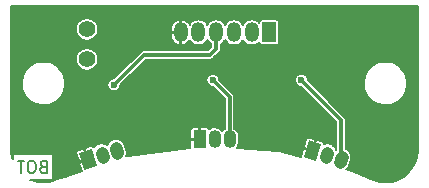
<source format=gbr>
G04 #@! TF.FileFunction,Copper,L2,Bot,Signal*
%FSLAX46Y46*%
G04 Gerber Fmt 4.6, Leading zero omitted, Abs format (unit mm)*
G04 Created by KiCad (PCBNEW (after 2015-mar-04 BZR unknown)-product) date 28.04.2015 21:52:04*
%MOMM*%
G01*
G04 APERTURE LIST*
%ADD10C,0.100000*%
%ADD11C,0.150000*%
%ADD12R,1.198880X1.699260*%
%ADD13O,1.198880X1.699260*%
%ADD14C,1.397000*%
%ADD15R,1.100000X1.500000*%
%ADD16O,1.100000X1.500000*%
%ADD17C,1.100000*%
%ADD18C,0.600000*%
%ADD19C,0.300000*%
%ADD20C,0.200000*%
G04 APERTURE END LIST*
D10*
D11*
X138501333Y-124388571D02*
X138358476Y-124436190D01*
X138310857Y-124483810D01*
X138263238Y-124579048D01*
X138263238Y-124721905D01*
X138310857Y-124817143D01*
X138358476Y-124864762D01*
X138453714Y-124912381D01*
X138834667Y-124912381D01*
X138834667Y-123912381D01*
X138501333Y-123912381D01*
X138406095Y-123960000D01*
X138358476Y-124007619D01*
X138310857Y-124102857D01*
X138310857Y-124198095D01*
X138358476Y-124293333D01*
X138406095Y-124340952D01*
X138501333Y-124388571D01*
X138834667Y-124388571D01*
X137644191Y-123912381D02*
X137453714Y-123912381D01*
X137358476Y-123960000D01*
X137263238Y-124055238D01*
X137215619Y-124245714D01*
X137215619Y-124579048D01*
X137263238Y-124769524D01*
X137358476Y-124864762D01*
X137453714Y-124912381D01*
X137644191Y-124912381D01*
X137739429Y-124864762D01*
X137834667Y-124769524D01*
X137882286Y-124579048D01*
X137882286Y-124245714D01*
X137834667Y-124055238D01*
X137739429Y-123960000D01*
X137644191Y-123912381D01*
X136929905Y-123912381D02*
X136358476Y-123912381D01*
X136644191Y-124912381D02*
X136644191Y-123912381D01*
D12*
X157683800Y-113030000D03*
D13*
X154680000Y-113030000D03*
X156180000Y-113030000D03*
X153180000Y-113030000D03*
X151680000Y-113030000D03*
X150180000Y-113030000D03*
D14*
X142240000Y-112776000D03*
X142240000Y-115316000D03*
D15*
X151790400Y-122072400D03*
D16*
X153060400Y-122072400D03*
X154330400Y-122072400D03*
D10*
G36*
X161626782Y-123925321D02*
X160574847Y-123603712D01*
X161013404Y-122169255D01*
X162065339Y-122490864D01*
X161626782Y-123925321D01*
X161626782Y-123925321D01*
G37*
D17*
X162476126Y-123609861D02*
X162593074Y-123227339D01*
X163690633Y-123981173D02*
X163807581Y-123598651D01*
D10*
G36*
X143066139Y-124346336D02*
X142014204Y-124667945D01*
X141575647Y-123233488D01*
X142627582Y-122911879D01*
X143066139Y-124346336D01*
X143066139Y-124346336D01*
G37*
D17*
X143593874Y-123609861D02*
X143476926Y-123227339D01*
X144808381Y-123238549D02*
X144691433Y-122856027D01*
D18*
X163322000Y-113030000D03*
X160274000Y-119380000D03*
X149352000Y-118110000D03*
X138938000Y-121920000D03*
X144018000Y-120904000D03*
X145034000Y-113538000D03*
X144526000Y-117475000D03*
X152908000Y-117094000D03*
X160401000Y-117094000D03*
D19*
X153180000Y-114409000D02*
X153180000Y-113030000D01*
X152654000Y-114935000D02*
X153180000Y-114409000D01*
X147066000Y-114935000D02*
X152654000Y-114935000D01*
X144526000Y-117475000D02*
X147066000Y-114935000D01*
X152908000Y-117094000D02*
X154145222Y-118331222D01*
X154330400Y-122072400D02*
X154330400Y-118516400D01*
X154330400Y-118516400D02*
X154145222Y-118331222D01*
X160401000Y-117094000D02*
X163749107Y-120442107D01*
X163749107Y-120442107D02*
X163749107Y-123789912D01*
D20*
G36*
X170241750Y-123011878D02*
X170188917Y-123550701D01*
X170036694Y-124054890D01*
X169789440Y-124519909D01*
X169456570Y-124928047D01*
X169363079Y-125005389D01*
X169363079Y-117166598D01*
X169292610Y-116810704D01*
X169154356Y-116475275D01*
X168953584Y-116173088D01*
X168697940Y-115915654D01*
X168397162Y-115712776D01*
X168062707Y-115572184D01*
X167707313Y-115499233D01*
X167344518Y-115496700D01*
X166988141Y-115564682D01*
X166651755Y-115700591D01*
X166348174Y-115899249D01*
X166088961Y-116153089D01*
X165883989Y-116452444D01*
X165741065Y-116785909D01*
X165665634Y-117140785D01*
X165660569Y-117503553D01*
X165726062Y-117860396D01*
X165859619Y-118197723D01*
X166056152Y-118502683D01*
X166308177Y-118763662D01*
X166606093Y-118970719D01*
X166938553Y-119115967D01*
X167292893Y-119193874D01*
X167655617Y-119201472D01*
X168012909Y-119138472D01*
X168351159Y-119007273D01*
X168657485Y-118812873D01*
X168920217Y-118562677D01*
X169129348Y-118266214D01*
X169276914Y-117934776D01*
X169357293Y-117580988D01*
X169363079Y-117166598D01*
X169363079Y-125005389D01*
X169050768Y-125263756D01*
X168587485Y-125514252D01*
X168084374Y-125669992D01*
X167560586Y-125725044D01*
X167036091Y-125677312D01*
X166519361Y-125525230D01*
X166433878Y-125488849D01*
X166433834Y-125488835D01*
X166430719Y-125487526D01*
X164639998Y-124749444D01*
X164623680Y-124744517D01*
X164607828Y-124738275D01*
X164603791Y-124737156D01*
X164172986Y-124620976D01*
X164188323Y-124611017D01*
X164300255Y-124502167D01*
X164388914Y-124373647D01*
X164450922Y-124230356D01*
X164454262Y-124219697D01*
X164574040Y-123827919D01*
X164604900Y-123674867D01*
X164605446Y-123518736D01*
X164575654Y-123365471D01*
X164516661Y-123220913D01*
X164430712Y-123090566D01*
X164321083Y-122979395D01*
X164191948Y-122891636D01*
X164149107Y-122873450D01*
X164149107Y-120442107D01*
X164145500Y-120405322D01*
X164142281Y-120368527D01*
X164141694Y-120366507D01*
X164141489Y-120364413D01*
X164130806Y-120329030D01*
X164120501Y-120293560D01*
X164119532Y-120291692D01*
X164118925Y-120289679D01*
X164101586Y-120257069D01*
X164084575Y-120224251D01*
X164083261Y-120222606D01*
X164082275Y-120220750D01*
X164058923Y-120192117D01*
X164035871Y-120163241D01*
X164032986Y-120160315D01*
X164032935Y-120160253D01*
X164032877Y-120160205D01*
X164031949Y-120159264D01*
X160950496Y-117077810D01*
X160951023Y-117040070D01*
X160930073Y-116934263D01*
X160888971Y-116834541D01*
X160829282Y-116744702D01*
X160753279Y-116668167D01*
X160663859Y-116607853D01*
X160564426Y-116566055D01*
X160458769Y-116544367D01*
X160350911Y-116543614D01*
X160244961Y-116563825D01*
X160144954Y-116604230D01*
X160054701Y-116663290D01*
X159977637Y-116738756D01*
X159916699Y-116827754D01*
X159874209Y-116926892D01*
X159851783Y-117032395D01*
X159850277Y-117140245D01*
X159869748Y-117246334D01*
X159909454Y-117346620D01*
X159967883Y-117437284D01*
X160042809Y-117514873D01*
X160131379Y-117576430D01*
X160230218Y-117619612D01*
X160335563Y-117642773D01*
X160385125Y-117643811D01*
X163349107Y-120607792D01*
X163349107Y-122943339D01*
X163342230Y-122947805D01*
X163302154Y-122849601D01*
X163216205Y-122719254D01*
X163106576Y-122608083D01*
X162977441Y-122520324D01*
X162833721Y-122459318D01*
X162680888Y-122427390D01*
X162524764Y-122425755D01*
X162371295Y-122454477D01*
X162315154Y-122476931D01*
X162311829Y-122442392D01*
X162297636Y-122395236D01*
X162274517Y-122351755D01*
X162243358Y-122313620D01*
X162205359Y-122282295D01*
X162161979Y-122258987D01*
X162114885Y-122244589D01*
X161720049Y-122123875D01*
X161642007Y-122165371D01*
X161546376Y-122478165D01*
X161546376Y-122136134D01*
X161504880Y-122058091D01*
X161110044Y-121937378D01*
X161062950Y-121922980D01*
X161013953Y-121918046D01*
X160964934Y-121922766D01*
X160917777Y-121936958D01*
X160874295Y-121960077D01*
X160836160Y-121991235D01*
X160804836Y-122029235D01*
X160781527Y-122072615D01*
X160587941Y-122705806D01*
X160629437Y-122783849D01*
X161286896Y-122984854D01*
X161546376Y-122136134D01*
X161546376Y-122478165D01*
X161382527Y-123014091D01*
X161401653Y-123019938D01*
X161372415Y-123115569D01*
X161353290Y-123109722D01*
X161347442Y-123128848D01*
X161251811Y-123099610D01*
X161257659Y-123080485D01*
X160600200Y-122879479D01*
X160522157Y-122920975D01*
X160328571Y-123554166D01*
X160325624Y-123583423D01*
X158534450Y-123100380D01*
X158534450Y-113879630D01*
X158534450Y-112180370D01*
X158531152Y-112139802D01*
X158510101Y-112072480D01*
X158471164Y-112013664D01*
X158417410Y-111967991D01*
X158353078Y-111939063D01*
X158283240Y-111929160D01*
X157084360Y-111929160D01*
X157043792Y-111932458D01*
X156976470Y-111953509D01*
X156917654Y-111992446D01*
X156871981Y-112046200D01*
X156843053Y-112110532D01*
X156833150Y-112180370D01*
X156833150Y-112237755D01*
X156782738Y-112175945D01*
X156655001Y-112070271D01*
X156509171Y-111991422D01*
X156350804Y-111942399D01*
X156185930Y-111925070D01*
X156020831Y-111940095D01*
X155861794Y-111986902D01*
X155714878Y-112063708D01*
X155585678Y-112167587D01*
X155479116Y-112294583D01*
X155429894Y-112384117D01*
X155387517Y-112304416D01*
X155282738Y-112175945D01*
X155155001Y-112070271D01*
X155009171Y-111991422D01*
X154850804Y-111942399D01*
X154685930Y-111925070D01*
X154520831Y-111940095D01*
X154361794Y-111986902D01*
X154214878Y-112063708D01*
X154085678Y-112167587D01*
X153979116Y-112294583D01*
X153929894Y-112384117D01*
X153887517Y-112304416D01*
X153782738Y-112175945D01*
X153655001Y-112070271D01*
X153509171Y-111991422D01*
X153350804Y-111942399D01*
X153185930Y-111925070D01*
X153020831Y-111940095D01*
X152861794Y-111986902D01*
X152714878Y-112063708D01*
X152585678Y-112167587D01*
X152479116Y-112294583D01*
X152429894Y-112384117D01*
X152387517Y-112304416D01*
X152282738Y-112175945D01*
X152155001Y-112070271D01*
X152009171Y-111991422D01*
X151850804Y-111942399D01*
X151685930Y-111925070D01*
X151520831Y-111940095D01*
X151361794Y-111986902D01*
X151214878Y-112063708D01*
X151085678Y-112167587D01*
X150979116Y-112294583D01*
X150930264Y-112383443D01*
X150858505Y-112266313D01*
X150745289Y-112143810D01*
X150610350Y-112045748D01*
X150458873Y-111975896D01*
X150362036Y-111950105D01*
X150230000Y-111994460D01*
X150230000Y-112980000D01*
X150250000Y-112980000D01*
X150250000Y-113080000D01*
X150230000Y-113080000D01*
X150230000Y-114065540D01*
X150362036Y-114109895D01*
X150458873Y-114084104D01*
X150610350Y-114014252D01*
X150745289Y-113916190D01*
X150858505Y-113793687D01*
X150930371Y-113676382D01*
X150972483Y-113755584D01*
X151077262Y-113884055D01*
X151204999Y-113989729D01*
X151350829Y-114068578D01*
X151509196Y-114117601D01*
X151674070Y-114134930D01*
X151839169Y-114119905D01*
X151998206Y-114073098D01*
X152145122Y-113996292D01*
X152274322Y-113892413D01*
X152380884Y-113765417D01*
X152430105Y-113675882D01*
X152472483Y-113755584D01*
X152577262Y-113884055D01*
X152704999Y-113989729D01*
X152780000Y-114030281D01*
X152780000Y-114243314D01*
X152488314Y-114535000D01*
X150130000Y-114535000D01*
X150130000Y-114065540D01*
X150130000Y-113080000D01*
X150130000Y-112980000D01*
X150130000Y-111994460D01*
X149997964Y-111950105D01*
X149901127Y-111975896D01*
X149749650Y-112045748D01*
X149614711Y-112143810D01*
X149501495Y-112266313D01*
X149414354Y-112408549D01*
X149356636Y-112565053D01*
X149330560Y-112729810D01*
X149330560Y-112980000D01*
X150130000Y-112980000D01*
X150130000Y-113080000D01*
X149330560Y-113080000D01*
X149330560Y-113330190D01*
X149356636Y-113494947D01*
X149414354Y-113651451D01*
X149501495Y-113793687D01*
X149614711Y-113916190D01*
X149749650Y-114014252D01*
X149901127Y-114084104D01*
X149997964Y-114109895D01*
X150130000Y-114065540D01*
X150130000Y-114535000D01*
X147066000Y-114535000D01*
X147029171Y-114538611D01*
X146992420Y-114541826D01*
X146990400Y-114542412D01*
X146988306Y-114542618D01*
X146952923Y-114553300D01*
X146917453Y-114563606D01*
X146915585Y-114564574D01*
X146913572Y-114565182D01*
X146880962Y-114582520D01*
X146848144Y-114599532D01*
X146846499Y-114600845D01*
X146844643Y-114601832D01*
X146816010Y-114625183D01*
X146787134Y-114648236D01*
X146784208Y-114651120D01*
X146784146Y-114651172D01*
X146784098Y-114651229D01*
X146783157Y-114652158D01*
X144510458Y-116924855D01*
X144475911Y-116924614D01*
X144369961Y-116944825D01*
X144269954Y-116985230D01*
X144179701Y-117044290D01*
X144102637Y-117119756D01*
X144041699Y-117208754D01*
X143999209Y-117307892D01*
X143976783Y-117413395D01*
X143975277Y-117521245D01*
X143994748Y-117627334D01*
X144034454Y-117727620D01*
X144092883Y-117818284D01*
X144167809Y-117895873D01*
X144256379Y-117957430D01*
X144355218Y-118000612D01*
X144460563Y-118023773D01*
X144568400Y-118026032D01*
X144674621Y-118007302D01*
X144775182Y-117968297D01*
X144866252Y-117910503D01*
X144944362Y-117836120D01*
X145006536Y-117747982D01*
X145050407Y-117649447D01*
X145074303Y-117544267D01*
X145075037Y-117491648D01*
X147231685Y-115335000D01*
X152654000Y-115335000D01*
X152690784Y-115331393D01*
X152727580Y-115328174D01*
X152729599Y-115327587D01*
X152731694Y-115327382D01*
X152767076Y-115316699D01*
X152802547Y-115306394D01*
X152804414Y-115305425D01*
X152806428Y-115304818D01*
X152839057Y-115287468D01*
X152871855Y-115270468D01*
X152873497Y-115269156D01*
X152875357Y-115268168D01*
X152904011Y-115244798D01*
X152932866Y-115221764D01*
X152935795Y-115218875D01*
X152935854Y-115218828D01*
X152935898Y-115218774D01*
X152936843Y-115217843D01*
X153462842Y-114691843D01*
X153486297Y-114663287D01*
X153510045Y-114634987D01*
X153511057Y-114633144D01*
X153512394Y-114631518D01*
X153529839Y-114598982D01*
X153547654Y-114566577D01*
X153548291Y-114564566D01*
X153549283Y-114562718D01*
X153560064Y-114527454D01*
X153571259Y-114492165D01*
X153571493Y-114490072D01*
X153572108Y-114488063D01*
X153575836Y-114451352D01*
X153579961Y-114414585D01*
X153579989Y-114410467D01*
X153579997Y-114410396D01*
X153579990Y-114410329D01*
X153580000Y-114409000D01*
X153580000Y-114030337D01*
X153645122Y-113996292D01*
X153774322Y-113892413D01*
X153880884Y-113765417D01*
X153930105Y-113675882D01*
X153972483Y-113755584D01*
X154077262Y-113884055D01*
X154204999Y-113989729D01*
X154350829Y-114068578D01*
X154509196Y-114117601D01*
X154674070Y-114134930D01*
X154839169Y-114119905D01*
X154998206Y-114073098D01*
X155145122Y-113996292D01*
X155274322Y-113892413D01*
X155380884Y-113765417D01*
X155430105Y-113675882D01*
X155472483Y-113755584D01*
X155577262Y-113884055D01*
X155704999Y-113989729D01*
X155850829Y-114068578D01*
X156009196Y-114117601D01*
X156174070Y-114134930D01*
X156339169Y-114119905D01*
X156498206Y-114073098D01*
X156645122Y-113996292D01*
X156774322Y-113892413D01*
X156833150Y-113822304D01*
X156833150Y-113879630D01*
X156836448Y-113920198D01*
X156857499Y-113987520D01*
X156896436Y-114046336D01*
X156950190Y-114092009D01*
X157014522Y-114120937D01*
X157084360Y-114130840D01*
X158283240Y-114130840D01*
X158323808Y-114127542D01*
X158391130Y-114106491D01*
X158449946Y-114067554D01*
X158495619Y-114013800D01*
X158524547Y-113949468D01*
X158534450Y-113879630D01*
X158534450Y-123100380D01*
X158479687Y-123085612D01*
X158452894Y-123081131D01*
X158426117Y-123076269D01*
X158421940Y-123075956D01*
X154900583Y-122836359D01*
X154990491Y-122729213D01*
X155065708Y-122592393D01*
X155112918Y-122443568D01*
X155130322Y-122288409D01*
X155130400Y-122277239D01*
X155130400Y-121867561D01*
X155115164Y-121712174D01*
X155070037Y-121562705D01*
X154996737Y-121424848D01*
X154898057Y-121303854D01*
X154777754Y-121204331D01*
X154730400Y-121178726D01*
X154730400Y-118516400D01*
X154726793Y-118479615D01*
X154723574Y-118442820D01*
X154722987Y-118440800D01*
X154722782Y-118438706D01*
X154712099Y-118403323D01*
X154701794Y-118367853D01*
X154700825Y-118365985D01*
X154700218Y-118363972D01*
X154682879Y-118331362D01*
X154665868Y-118298544D01*
X154664554Y-118296899D01*
X154663568Y-118295043D01*
X154640216Y-118266410D01*
X154617164Y-118237534D01*
X154614275Y-118234604D01*
X154614228Y-118234546D01*
X154614174Y-118234501D01*
X154613243Y-118233557D01*
X154428065Y-118048379D01*
X153457496Y-117077810D01*
X153458023Y-117040070D01*
X153437073Y-116934263D01*
X153395971Y-116834541D01*
X153336282Y-116744702D01*
X153260279Y-116668167D01*
X153170859Y-116607853D01*
X153071426Y-116566055D01*
X152965769Y-116544367D01*
X152857911Y-116543614D01*
X152751961Y-116563825D01*
X152651954Y-116604230D01*
X152561701Y-116663290D01*
X152484637Y-116738756D01*
X152423699Y-116827754D01*
X152381209Y-116926892D01*
X152358783Y-117032395D01*
X152357277Y-117140245D01*
X152376748Y-117246334D01*
X152416454Y-117346620D01*
X152474883Y-117437284D01*
X152549809Y-117514873D01*
X152638379Y-117576430D01*
X152737218Y-117619612D01*
X152842563Y-117642773D01*
X152892125Y-117643811D01*
X153862379Y-118614065D01*
X153930400Y-118682086D01*
X153930400Y-121178257D01*
X153892349Y-121198150D01*
X153770669Y-121295983D01*
X153695093Y-121386049D01*
X153628057Y-121303854D01*
X153507754Y-121204331D01*
X153370412Y-121130070D01*
X153221262Y-121083901D01*
X153065985Y-121067580D01*
X152910495Y-121081731D01*
X152760715Y-121125814D01*
X152622349Y-121198150D01*
X152575225Y-121236037D01*
X152561947Y-121203980D01*
X152534588Y-121163034D01*
X152499766Y-121128212D01*
X152458819Y-121100853D01*
X152413322Y-121082007D01*
X152365023Y-121072400D01*
X152315777Y-121072400D01*
X151902900Y-121072400D01*
X151840400Y-121134900D01*
X151840400Y-122022400D01*
X151860400Y-122022400D01*
X151860400Y-122122400D01*
X151840400Y-122122400D01*
X151840400Y-122142400D01*
X151740400Y-122142400D01*
X151740400Y-122122400D01*
X151740400Y-122022400D01*
X151740400Y-121134900D01*
X151677900Y-121072400D01*
X151265023Y-121072400D01*
X151215777Y-121072400D01*
X151167478Y-121082007D01*
X151121981Y-121100853D01*
X151081034Y-121128212D01*
X151046212Y-121163034D01*
X151018853Y-121203980D01*
X151000007Y-121249478D01*
X150990400Y-121297777D01*
X150990400Y-121959900D01*
X151052900Y-122022400D01*
X151740400Y-122022400D01*
X151740400Y-122122400D01*
X151052900Y-122122400D01*
X150990400Y-122184900D01*
X150990400Y-122781097D01*
X145743789Y-123453907D01*
X145717299Y-123459977D01*
X145690700Y-123465683D01*
X145686729Y-123466982D01*
X145686719Y-123466985D01*
X145686710Y-123466988D01*
X145562016Y-123508729D01*
X145573188Y-123482411D01*
X145605117Y-123329578D01*
X145606752Y-123173453D01*
X145578031Y-123019985D01*
X145574840Y-123009281D01*
X145455062Y-122617503D01*
X145395061Y-122473360D01*
X145308206Y-122343616D01*
X145197803Y-122233213D01*
X145068060Y-122146357D01*
X144923916Y-122086356D01*
X144770863Y-122055494D01*
X144614732Y-122054950D01*
X144461468Y-122084740D01*
X144316910Y-122143734D01*
X144186563Y-122229682D01*
X144075392Y-122339311D01*
X143987632Y-122468445D01*
X143941691Y-122576673D01*
X143853553Y-122517669D01*
X143709409Y-122457668D01*
X143556356Y-122426806D01*
X143400225Y-122426262D01*
X143246961Y-122456052D01*
X143188540Y-122479893D01*
X143188540Y-115222995D01*
X143188540Y-112682995D01*
X143152411Y-112500527D01*
X143081528Y-112328552D01*
X142978591Y-112173620D01*
X142847522Y-112041632D01*
X142693312Y-111937617D01*
X142521836Y-111865535D01*
X142339625Y-111828132D01*
X142153619Y-111826834D01*
X141970903Y-111861688D01*
X141798438Y-111931369D01*
X141642791Y-112033222D01*
X141509891Y-112163366D01*
X141404802Y-112316846D01*
X141331524Y-112487815D01*
X141292851Y-112669760D01*
X141290254Y-112855752D01*
X141323832Y-113038707D01*
X141392307Y-113211655D01*
X141493070Y-113368009D01*
X141622284Y-113501814D01*
X141775026Y-113607972D01*
X141945479Y-113682442D01*
X142127150Y-113722385D01*
X142313120Y-113726280D01*
X142496305Y-113693980D01*
X142669726Y-113626714D01*
X142826780Y-113527044D01*
X142961484Y-113398768D01*
X143068706Y-113246771D01*
X143144363Y-113076842D01*
X143185574Y-112895454D01*
X143188540Y-112682995D01*
X143188540Y-115222995D01*
X143152411Y-115040527D01*
X143081528Y-114868552D01*
X142978591Y-114713620D01*
X142847522Y-114581632D01*
X142693312Y-114477617D01*
X142521836Y-114405535D01*
X142339625Y-114368132D01*
X142153619Y-114366834D01*
X141970903Y-114401688D01*
X141798438Y-114471369D01*
X141642791Y-114573222D01*
X141509891Y-114703366D01*
X141404802Y-114856846D01*
X141331524Y-115027815D01*
X141292851Y-115209760D01*
X141290254Y-115395752D01*
X141323832Y-115578707D01*
X141392307Y-115751655D01*
X141493070Y-115908009D01*
X141622284Y-116041814D01*
X141775026Y-116147972D01*
X141945479Y-116222442D01*
X142127150Y-116262385D01*
X142313120Y-116266280D01*
X142496305Y-116233980D01*
X142669726Y-116166714D01*
X142826780Y-116067044D01*
X142961484Y-115938768D01*
X143068706Y-115786771D01*
X143144363Y-115616842D01*
X143185574Y-115435454D01*
X143188540Y-115222995D01*
X143188540Y-122479893D01*
X143102403Y-122515046D01*
X142972056Y-122600994D01*
X142860885Y-122710623D01*
X142826897Y-122760634D01*
X142804826Y-122733859D01*
X142766691Y-122702701D01*
X142723209Y-122679582D01*
X142676052Y-122665390D01*
X142627033Y-122660670D01*
X142578036Y-122665604D01*
X142530942Y-122680002D01*
X142136106Y-122800715D01*
X142094610Y-122878758D01*
X142354090Y-123727478D01*
X142373215Y-123721630D01*
X142402453Y-123817261D01*
X142383327Y-123823109D01*
X142389174Y-123842234D01*
X142293543Y-123871472D01*
X142287696Y-123852346D01*
X142258459Y-123861284D01*
X142258459Y-123756715D01*
X141998979Y-122907995D01*
X141920937Y-122866499D01*
X141526101Y-122987213D01*
X141479007Y-123001611D01*
X141435627Y-123024919D01*
X141397628Y-123056244D01*
X141366469Y-123094379D01*
X141343350Y-123137860D01*
X141329157Y-123185016D01*
X141324437Y-123234036D01*
X141329371Y-123283034D01*
X141522957Y-123916225D01*
X141601000Y-123957721D01*
X142258459Y-123756715D01*
X142258459Y-123861284D01*
X141630237Y-124053351D01*
X141588741Y-124131394D01*
X141782327Y-124764585D01*
X141786591Y-124772520D01*
X140407079Y-125234300D01*
X140407079Y-117166598D01*
X140336610Y-116810704D01*
X140198356Y-116475275D01*
X139997584Y-116173088D01*
X139741940Y-115915654D01*
X139441162Y-115712776D01*
X139106707Y-115572184D01*
X138751313Y-115499233D01*
X138388518Y-115496700D01*
X138032141Y-115564682D01*
X137695755Y-115700591D01*
X137392174Y-115899249D01*
X137132961Y-116153089D01*
X136927989Y-116452444D01*
X136785065Y-116785909D01*
X136709634Y-117140785D01*
X136704569Y-117503553D01*
X136770062Y-117860396D01*
X136903619Y-118197723D01*
X137100152Y-118502683D01*
X137352177Y-118763662D01*
X137650093Y-118970719D01*
X137982553Y-119115967D01*
X138336893Y-119193874D01*
X138699617Y-119201472D01*
X139056909Y-119138472D01*
X139395159Y-119007273D01*
X139701485Y-118812873D01*
X139964217Y-118562677D01*
X140173348Y-118266214D01*
X140320914Y-117934776D01*
X140401293Y-117580988D01*
X140407079Y-117166598D01*
X140407079Y-125234300D01*
X139671873Y-125480405D01*
X139671870Y-125480406D01*
X139144546Y-125656922D01*
X138622163Y-125723912D01*
X138096710Y-125688159D01*
X137588207Y-125551027D01*
X137454566Y-125485000D01*
X139397762Y-125485000D01*
X139397762Y-123285000D01*
X135938238Y-123285000D01*
X135938238Y-123713647D01*
X135915648Y-123647698D01*
X135843407Y-123113916D01*
X135841750Y-123023806D01*
X135841750Y-110768000D01*
X170241750Y-110768000D01*
X170241750Y-123011878D01*
X170241750Y-123011878D01*
G37*
X170241750Y-123011878D02*
X170188917Y-123550701D01*
X170036694Y-124054890D01*
X169789440Y-124519909D01*
X169456570Y-124928047D01*
X169363079Y-125005389D01*
X169363079Y-117166598D01*
X169292610Y-116810704D01*
X169154356Y-116475275D01*
X168953584Y-116173088D01*
X168697940Y-115915654D01*
X168397162Y-115712776D01*
X168062707Y-115572184D01*
X167707313Y-115499233D01*
X167344518Y-115496700D01*
X166988141Y-115564682D01*
X166651755Y-115700591D01*
X166348174Y-115899249D01*
X166088961Y-116153089D01*
X165883989Y-116452444D01*
X165741065Y-116785909D01*
X165665634Y-117140785D01*
X165660569Y-117503553D01*
X165726062Y-117860396D01*
X165859619Y-118197723D01*
X166056152Y-118502683D01*
X166308177Y-118763662D01*
X166606093Y-118970719D01*
X166938553Y-119115967D01*
X167292893Y-119193874D01*
X167655617Y-119201472D01*
X168012909Y-119138472D01*
X168351159Y-119007273D01*
X168657485Y-118812873D01*
X168920217Y-118562677D01*
X169129348Y-118266214D01*
X169276914Y-117934776D01*
X169357293Y-117580988D01*
X169363079Y-117166598D01*
X169363079Y-125005389D01*
X169050768Y-125263756D01*
X168587485Y-125514252D01*
X168084374Y-125669992D01*
X167560586Y-125725044D01*
X167036091Y-125677312D01*
X166519361Y-125525230D01*
X166433878Y-125488849D01*
X166433834Y-125488835D01*
X166430719Y-125487526D01*
X164639998Y-124749444D01*
X164623680Y-124744517D01*
X164607828Y-124738275D01*
X164603791Y-124737156D01*
X164172986Y-124620976D01*
X164188323Y-124611017D01*
X164300255Y-124502167D01*
X164388914Y-124373647D01*
X164450922Y-124230356D01*
X164454262Y-124219697D01*
X164574040Y-123827919D01*
X164604900Y-123674867D01*
X164605446Y-123518736D01*
X164575654Y-123365471D01*
X164516661Y-123220913D01*
X164430712Y-123090566D01*
X164321083Y-122979395D01*
X164191948Y-122891636D01*
X164149107Y-122873450D01*
X164149107Y-120442107D01*
X164145500Y-120405322D01*
X164142281Y-120368527D01*
X164141694Y-120366507D01*
X164141489Y-120364413D01*
X164130806Y-120329030D01*
X164120501Y-120293560D01*
X164119532Y-120291692D01*
X164118925Y-120289679D01*
X164101586Y-120257069D01*
X164084575Y-120224251D01*
X164083261Y-120222606D01*
X164082275Y-120220750D01*
X164058923Y-120192117D01*
X164035871Y-120163241D01*
X164032986Y-120160315D01*
X164032935Y-120160253D01*
X164032877Y-120160205D01*
X164031949Y-120159264D01*
X160950496Y-117077810D01*
X160951023Y-117040070D01*
X160930073Y-116934263D01*
X160888971Y-116834541D01*
X160829282Y-116744702D01*
X160753279Y-116668167D01*
X160663859Y-116607853D01*
X160564426Y-116566055D01*
X160458769Y-116544367D01*
X160350911Y-116543614D01*
X160244961Y-116563825D01*
X160144954Y-116604230D01*
X160054701Y-116663290D01*
X159977637Y-116738756D01*
X159916699Y-116827754D01*
X159874209Y-116926892D01*
X159851783Y-117032395D01*
X159850277Y-117140245D01*
X159869748Y-117246334D01*
X159909454Y-117346620D01*
X159967883Y-117437284D01*
X160042809Y-117514873D01*
X160131379Y-117576430D01*
X160230218Y-117619612D01*
X160335563Y-117642773D01*
X160385125Y-117643811D01*
X163349107Y-120607792D01*
X163349107Y-122943339D01*
X163342230Y-122947805D01*
X163302154Y-122849601D01*
X163216205Y-122719254D01*
X163106576Y-122608083D01*
X162977441Y-122520324D01*
X162833721Y-122459318D01*
X162680888Y-122427390D01*
X162524764Y-122425755D01*
X162371295Y-122454477D01*
X162315154Y-122476931D01*
X162311829Y-122442392D01*
X162297636Y-122395236D01*
X162274517Y-122351755D01*
X162243358Y-122313620D01*
X162205359Y-122282295D01*
X162161979Y-122258987D01*
X162114885Y-122244589D01*
X161720049Y-122123875D01*
X161642007Y-122165371D01*
X161546376Y-122478165D01*
X161546376Y-122136134D01*
X161504880Y-122058091D01*
X161110044Y-121937378D01*
X161062950Y-121922980D01*
X161013953Y-121918046D01*
X160964934Y-121922766D01*
X160917777Y-121936958D01*
X160874295Y-121960077D01*
X160836160Y-121991235D01*
X160804836Y-122029235D01*
X160781527Y-122072615D01*
X160587941Y-122705806D01*
X160629437Y-122783849D01*
X161286896Y-122984854D01*
X161546376Y-122136134D01*
X161546376Y-122478165D01*
X161382527Y-123014091D01*
X161401653Y-123019938D01*
X161372415Y-123115569D01*
X161353290Y-123109722D01*
X161347442Y-123128848D01*
X161251811Y-123099610D01*
X161257659Y-123080485D01*
X160600200Y-122879479D01*
X160522157Y-122920975D01*
X160328571Y-123554166D01*
X160325624Y-123583423D01*
X158534450Y-123100380D01*
X158534450Y-113879630D01*
X158534450Y-112180370D01*
X158531152Y-112139802D01*
X158510101Y-112072480D01*
X158471164Y-112013664D01*
X158417410Y-111967991D01*
X158353078Y-111939063D01*
X158283240Y-111929160D01*
X157084360Y-111929160D01*
X157043792Y-111932458D01*
X156976470Y-111953509D01*
X156917654Y-111992446D01*
X156871981Y-112046200D01*
X156843053Y-112110532D01*
X156833150Y-112180370D01*
X156833150Y-112237755D01*
X156782738Y-112175945D01*
X156655001Y-112070271D01*
X156509171Y-111991422D01*
X156350804Y-111942399D01*
X156185930Y-111925070D01*
X156020831Y-111940095D01*
X155861794Y-111986902D01*
X155714878Y-112063708D01*
X155585678Y-112167587D01*
X155479116Y-112294583D01*
X155429894Y-112384117D01*
X155387517Y-112304416D01*
X155282738Y-112175945D01*
X155155001Y-112070271D01*
X155009171Y-111991422D01*
X154850804Y-111942399D01*
X154685930Y-111925070D01*
X154520831Y-111940095D01*
X154361794Y-111986902D01*
X154214878Y-112063708D01*
X154085678Y-112167587D01*
X153979116Y-112294583D01*
X153929894Y-112384117D01*
X153887517Y-112304416D01*
X153782738Y-112175945D01*
X153655001Y-112070271D01*
X153509171Y-111991422D01*
X153350804Y-111942399D01*
X153185930Y-111925070D01*
X153020831Y-111940095D01*
X152861794Y-111986902D01*
X152714878Y-112063708D01*
X152585678Y-112167587D01*
X152479116Y-112294583D01*
X152429894Y-112384117D01*
X152387517Y-112304416D01*
X152282738Y-112175945D01*
X152155001Y-112070271D01*
X152009171Y-111991422D01*
X151850804Y-111942399D01*
X151685930Y-111925070D01*
X151520831Y-111940095D01*
X151361794Y-111986902D01*
X151214878Y-112063708D01*
X151085678Y-112167587D01*
X150979116Y-112294583D01*
X150930264Y-112383443D01*
X150858505Y-112266313D01*
X150745289Y-112143810D01*
X150610350Y-112045748D01*
X150458873Y-111975896D01*
X150362036Y-111950105D01*
X150230000Y-111994460D01*
X150230000Y-112980000D01*
X150250000Y-112980000D01*
X150250000Y-113080000D01*
X150230000Y-113080000D01*
X150230000Y-114065540D01*
X150362036Y-114109895D01*
X150458873Y-114084104D01*
X150610350Y-114014252D01*
X150745289Y-113916190D01*
X150858505Y-113793687D01*
X150930371Y-113676382D01*
X150972483Y-113755584D01*
X151077262Y-113884055D01*
X151204999Y-113989729D01*
X151350829Y-114068578D01*
X151509196Y-114117601D01*
X151674070Y-114134930D01*
X151839169Y-114119905D01*
X151998206Y-114073098D01*
X152145122Y-113996292D01*
X152274322Y-113892413D01*
X152380884Y-113765417D01*
X152430105Y-113675882D01*
X152472483Y-113755584D01*
X152577262Y-113884055D01*
X152704999Y-113989729D01*
X152780000Y-114030281D01*
X152780000Y-114243314D01*
X152488314Y-114535000D01*
X150130000Y-114535000D01*
X150130000Y-114065540D01*
X150130000Y-113080000D01*
X150130000Y-112980000D01*
X150130000Y-111994460D01*
X149997964Y-111950105D01*
X149901127Y-111975896D01*
X149749650Y-112045748D01*
X149614711Y-112143810D01*
X149501495Y-112266313D01*
X149414354Y-112408549D01*
X149356636Y-112565053D01*
X149330560Y-112729810D01*
X149330560Y-112980000D01*
X150130000Y-112980000D01*
X150130000Y-113080000D01*
X149330560Y-113080000D01*
X149330560Y-113330190D01*
X149356636Y-113494947D01*
X149414354Y-113651451D01*
X149501495Y-113793687D01*
X149614711Y-113916190D01*
X149749650Y-114014252D01*
X149901127Y-114084104D01*
X149997964Y-114109895D01*
X150130000Y-114065540D01*
X150130000Y-114535000D01*
X147066000Y-114535000D01*
X147029171Y-114538611D01*
X146992420Y-114541826D01*
X146990400Y-114542412D01*
X146988306Y-114542618D01*
X146952923Y-114553300D01*
X146917453Y-114563606D01*
X146915585Y-114564574D01*
X146913572Y-114565182D01*
X146880962Y-114582520D01*
X146848144Y-114599532D01*
X146846499Y-114600845D01*
X146844643Y-114601832D01*
X146816010Y-114625183D01*
X146787134Y-114648236D01*
X146784208Y-114651120D01*
X146784146Y-114651172D01*
X146784098Y-114651229D01*
X146783157Y-114652158D01*
X144510458Y-116924855D01*
X144475911Y-116924614D01*
X144369961Y-116944825D01*
X144269954Y-116985230D01*
X144179701Y-117044290D01*
X144102637Y-117119756D01*
X144041699Y-117208754D01*
X143999209Y-117307892D01*
X143976783Y-117413395D01*
X143975277Y-117521245D01*
X143994748Y-117627334D01*
X144034454Y-117727620D01*
X144092883Y-117818284D01*
X144167809Y-117895873D01*
X144256379Y-117957430D01*
X144355218Y-118000612D01*
X144460563Y-118023773D01*
X144568400Y-118026032D01*
X144674621Y-118007302D01*
X144775182Y-117968297D01*
X144866252Y-117910503D01*
X144944362Y-117836120D01*
X145006536Y-117747982D01*
X145050407Y-117649447D01*
X145074303Y-117544267D01*
X145075037Y-117491648D01*
X147231685Y-115335000D01*
X152654000Y-115335000D01*
X152690784Y-115331393D01*
X152727580Y-115328174D01*
X152729599Y-115327587D01*
X152731694Y-115327382D01*
X152767076Y-115316699D01*
X152802547Y-115306394D01*
X152804414Y-115305425D01*
X152806428Y-115304818D01*
X152839057Y-115287468D01*
X152871855Y-115270468D01*
X152873497Y-115269156D01*
X152875357Y-115268168D01*
X152904011Y-115244798D01*
X152932866Y-115221764D01*
X152935795Y-115218875D01*
X152935854Y-115218828D01*
X152935898Y-115218774D01*
X152936843Y-115217843D01*
X153462842Y-114691843D01*
X153486297Y-114663287D01*
X153510045Y-114634987D01*
X153511057Y-114633144D01*
X153512394Y-114631518D01*
X153529839Y-114598982D01*
X153547654Y-114566577D01*
X153548291Y-114564566D01*
X153549283Y-114562718D01*
X153560064Y-114527454D01*
X153571259Y-114492165D01*
X153571493Y-114490072D01*
X153572108Y-114488063D01*
X153575836Y-114451352D01*
X153579961Y-114414585D01*
X153579989Y-114410467D01*
X153579997Y-114410396D01*
X153579990Y-114410329D01*
X153580000Y-114409000D01*
X153580000Y-114030337D01*
X153645122Y-113996292D01*
X153774322Y-113892413D01*
X153880884Y-113765417D01*
X153930105Y-113675882D01*
X153972483Y-113755584D01*
X154077262Y-113884055D01*
X154204999Y-113989729D01*
X154350829Y-114068578D01*
X154509196Y-114117601D01*
X154674070Y-114134930D01*
X154839169Y-114119905D01*
X154998206Y-114073098D01*
X155145122Y-113996292D01*
X155274322Y-113892413D01*
X155380884Y-113765417D01*
X155430105Y-113675882D01*
X155472483Y-113755584D01*
X155577262Y-113884055D01*
X155704999Y-113989729D01*
X155850829Y-114068578D01*
X156009196Y-114117601D01*
X156174070Y-114134930D01*
X156339169Y-114119905D01*
X156498206Y-114073098D01*
X156645122Y-113996292D01*
X156774322Y-113892413D01*
X156833150Y-113822304D01*
X156833150Y-113879630D01*
X156836448Y-113920198D01*
X156857499Y-113987520D01*
X156896436Y-114046336D01*
X156950190Y-114092009D01*
X157014522Y-114120937D01*
X157084360Y-114130840D01*
X158283240Y-114130840D01*
X158323808Y-114127542D01*
X158391130Y-114106491D01*
X158449946Y-114067554D01*
X158495619Y-114013800D01*
X158524547Y-113949468D01*
X158534450Y-113879630D01*
X158534450Y-123100380D01*
X158479687Y-123085612D01*
X158452894Y-123081131D01*
X158426117Y-123076269D01*
X158421940Y-123075956D01*
X154900583Y-122836359D01*
X154990491Y-122729213D01*
X155065708Y-122592393D01*
X155112918Y-122443568D01*
X155130322Y-122288409D01*
X155130400Y-122277239D01*
X155130400Y-121867561D01*
X155115164Y-121712174D01*
X155070037Y-121562705D01*
X154996737Y-121424848D01*
X154898057Y-121303854D01*
X154777754Y-121204331D01*
X154730400Y-121178726D01*
X154730400Y-118516400D01*
X154726793Y-118479615D01*
X154723574Y-118442820D01*
X154722987Y-118440800D01*
X154722782Y-118438706D01*
X154712099Y-118403323D01*
X154701794Y-118367853D01*
X154700825Y-118365985D01*
X154700218Y-118363972D01*
X154682879Y-118331362D01*
X154665868Y-118298544D01*
X154664554Y-118296899D01*
X154663568Y-118295043D01*
X154640216Y-118266410D01*
X154617164Y-118237534D01*
X154614275Y-118234604D01*
X154614228Y-118234546D01*
X154614174Y-118234501D01*
X154613243Y-118233557D01*
X154428065Y-118048379D01*
X153457496Y-117077810D01*
X153458023Y-117040070D01*
X153437073Y-116934263D01*
X153395971Y-116834541D01*
X153336282Y-116744702D01*
X153260279Y-116668167D01*
X153170859Y-116607853D01*
X153071426Y-116566055D01*
X152965769Y-116544367D01*
X152857911Y-116543614D01*
X152751961Y-116563825D01*
X152651954Y-116604230D01*
X152561701Y-116663290D01*
X152484637Y-116738756D01*
X152423699Y-116827754D01*
X152381209Y-116926892D01*
X152358783Y-117032395D01*
X152357277Y-117140245D01*
X152376748Y-117246334D01*
X152416454Y-117346620D01*
X152474883Y-117437284D01*
X152549809Y-117514873D01*
X152638379Y-117576430D01*
X152737218Y-117619612D01*
X152842563Y-117642773D01*
X152892125Y-117643811D01*
X153862379Y-118614065D01*
X153930400Y-118682086D01*
X153930400Y-121178257D01*
X153892349Y-121198150D01*
X153770669Y-121295983D01*
X153695093Y-121386049D01*
X153628057Y-121303854D01*
X153507754Y-121204331D01*
X153370412Y-121130070D01*
X153221262Y-121083901D01*
X153065985Y-121067580D01*
X152910495Y-121081731D01*
X152760715Y-121125814D01*
X152622349Y-121198150D01*
X152575225Y-121236037D01*
X152561947Y-121203980D01*
X152534588Y-121163034D01*
X152499766Y-121128212D01*
X152458819Y-121100853D01*
X152413322Y-121082007D01*
X152365023Y-121072400D01*
X152315777Y-121072400D01*
X151902900Y-121072400D01*
X151840400Y-121134900D01*
X151840400Y-122022400D01*
X151860400Y-122022400D01*
X151860400Y-122122400D01*
X151840400Y-122122400D01*
X151840400Y-122142400D01*
X151740400Y-122142400D01*
X151740400Y-122122400D01*
X151740400Y-122022400D01*
X151740400Y-121134900D01*
X151677900Y-121072400D01*
X151265023Y-121072400D01*
X151215777Y-121072400D01*
X151167478Y-121082007D01*
X151121981Y-121100853D01*
X151081034Y-121128212D01*
X151046212Y-121163034D01*
X151018853Y-121203980D01*
X151000007Y-121249478D01*
X150990400Y-121297777D01*
X150990400Y-121959900D01*
X151052900Y-122022400D01*
X151740400Y-122022400D01*
X151740400Y-122122400D01*
X151052900Y-122122400D01*
X150990400Y-122184900D01*
X150990400Y-122781097D01*
X145743789Y-123453907D01*
X145717299Y-123459977D01*
X145690700Y-123465683D01*
X145686729Y-123466982D01*
X145686719Y-123466985D01*
X145686710Y-123466988D01*
X145562016Y-123508729D01*
X145573188Y-123482411D01*
X145605117Y-123329578D01*
X145606752Y-123173453D01*
X145578031Y-123019985D01*
X145574840Y-123009281D01*
X145455062Y-122617503D01*
X145395061Y-122473360D01*
X145308206Y-122343616D01*
X145197803Y-122233213D01*
X145068060Y-122146357D01*
X144923916Y-122086356D01*
X144770863Y-122055494D01*
X144614732Y-122054950D01*
X144461468Y-122084740D01*
X144316910Y-122143734D01*
X144186563Y-122229682D01*
X144075392Y-122339311D01*
X143987632Y-122468445D01*
X143941691Y-122576673D01*
X143853553Y-122517669D01*
X143709409Y-122457668D01*
X143556356Y-122426806D01*
X143400225Y-122426262D01*
X143246961Y-122456052D01*
X143188540Y-122479893D01*
X143188540Y-115222995D01*
X143188540Y-112682995D01*
X143152411Y-112500527D01*
X143081528Y-112328552D01*
X142978591Y-112173620D01*
X142847522Y-112041632D01*
X142693312Y-111937617D01*
X142521836Y-111865535D01*
X142339625Y-111828132D01*
X142153619Y-111826834D01*
X141970903Y-111861688D01*
X141798438Y-111931369D01*
X141642791Y-112033222D01*
X141509891Y-112163366D01*
X141404802Y-112316846D01*
X141331524Y-112487815D01*
X141292851Y-112669760D01*
X141290254Y-112855752D01*
X141323832Y-113038707D01*
X141392307Y-113211655D01*
X141493070Y-113368009D01*
X141622284Y-113501814D01*
X141775026Y-113607972D01*
X141945479Y-113682442D01*
X142127150Y-113722385D01*
X142313120Y-113726280D01*
X142496305Y-113693980D01*
X142669726Y-113626714D01*
X142826780Y-113527044D01*
X142961484Y-113398768D01*
X143068706Y-113246771D01*
X143144363Y-113076842D01*
X143185574Y-112895454D01*
X143188540Y-112682995D01*
X143188540Y-115222995D01*
X143152411Y-115040527D01*
X143081528Y-114868552D01*
X142978591Y-114713620D01*
X142847522Y-114581632D01*
X142693312Y-114477617D01*
X142521836Y-114405535D01*
X142339625Y-114368132D01*
X142153619Y-114366834D01*
X141970903Y-114401688D01*
X141798438Y-114471369D01*
X141642791Y-114573222D01*
X141509891Y-114703366D01*
X141404802Y-114856846D01*
X141331524Y-115027815D01*
X141292851Y-115209760D01*
X141290254Y-115395752D01*
X141323832Y-115578707D01*
X141392307Y-115751655D01*
X141493070Y-115908009D01*
X141622284Y-116041814D01*
X141775026Y-116147972D01*
X141945479Y-116222442D01*
X142127150Y-116262385D01*
X142313120Y-116266280D01*
X142496305Y-116233980D01*
X142669726Y-116166714D01*
X142826780Y-116067044D01*
X142961484Y-115938768D01*
X143068706Y-115786771D01*
X143144363Y-115616842D01*
X143185574Y-115435454D01*
X143188540Y-115222995D01*
X143188540Y-122479893D01*
X143102403Y-122515046D01*
X142972056Y-122600994D01*
X142860885Y-122710623D01*
X142826897Y-122760634D01*
X142804826Y-122733859D01*
X142766691Y-122702701D01*
X142723209Y-122679582D01*
X142676052Y-122665390D01*
X142627033Y-122660670D01*
X142578036Y-122665604D01*
X142530942Y-122680002D01*
X142136106Y-122800715D01*
X142094610Y-122878758D01*
X142354090Y-123727478D01*
X142373215Y-123721630D01*
X142402453Y-123817261D01*
X142383327Y-123823109D01*
X142389174Y-123842234D01*
X142293543Y-123871472D01*
X142287696Y-123852346D01*
X142258459Y-123861284D01*
X142258459Y-123756715D01*
X141998979Y-122907995D01*
X141920937Y-122866499D01*
X141526101Y-122987213D01*
X141479007Y-123001611D01*
X141435627Y-123024919D01*
X141397628Y-123056244D01*
X141366469Y-123094379D01*
X141343350Y-123137860D01*
X141329157Y-123185016D01*
X141324437Y-123234036D01*
X141329371Y-123283034D01*
X141522957Y-123916225D01*
X141601000Y-123957721D01*
X142258459Y-123756715D01*
X142258459Y-123861284D01*
X141630237Y-124053351D01*
X141588741Y-124131394D01*
X141782327Y-124764585D01*
X141786591Y-124772520D01*
X140407079Y-125234300D01*
X140407079Y-117166598D01*
X140336610Y-116810704D01*
X140198356Y-116475275D01*
X139997584Y-116173088D01*
X139741940Y-115915654D01*
X139441162Y-115712776D01*
X139106707Y-115572184D01*
X138751313Y-115499233D01*
X138388518Y-115496700D01*
X138032141Y-115564682D01*
X137695755Y-115700591D01*
X137392174Y-115899249D01*
X137132961Y-116153089D01*
X136927989Y-116452444D01*
X136785065Y-116785909D01*
X136709634Y-117140785D01*
X136704569Y-117503553D01*
X136770062Y-117860396D01*
X136903619Y-118197723D01*
X137100152Y-118502683D01*
X137352177Y-118763662D01*
X137650093Y-118970719D01*
X137982553Y-119115967D01*
X138336893Y-119193874D01*
X138699617Y-119201472D01*
X139056909Y-119138472D01*
X139395159Y-119007273D01*
X139701485Y-118812873D01*
X139964217Y-118562677D01*
X140173348Y-118266214D01*
X140320914Y-117934776D01*
X140401293Y-117580988D01*
X140407079Y-117166598D01*
X140407079Y-125234300D01*
X139671873Y-125480405D01*
X139671870Y-125480406D01*
X139144546Y-125656922D01*
X138622163Y-125723912D01*
X138096710Y-125688159D01*
X137588207Y-125551027D01*
X137454566Y-125485000D01*
X139397762Y-125485000D01*
X139397762Y-123285000D01*
X135938238Y-123285000D01*
X135938238Y-123713647D01*
X135915648Y-123647698D01*
X135843407Y-123113916D01*
X135841750Y-123023806D01*
X135841750Y-110768000D01*
X170241750Y-110768000D01*
X170241750Y-123011878D01*
M02*

</source>
